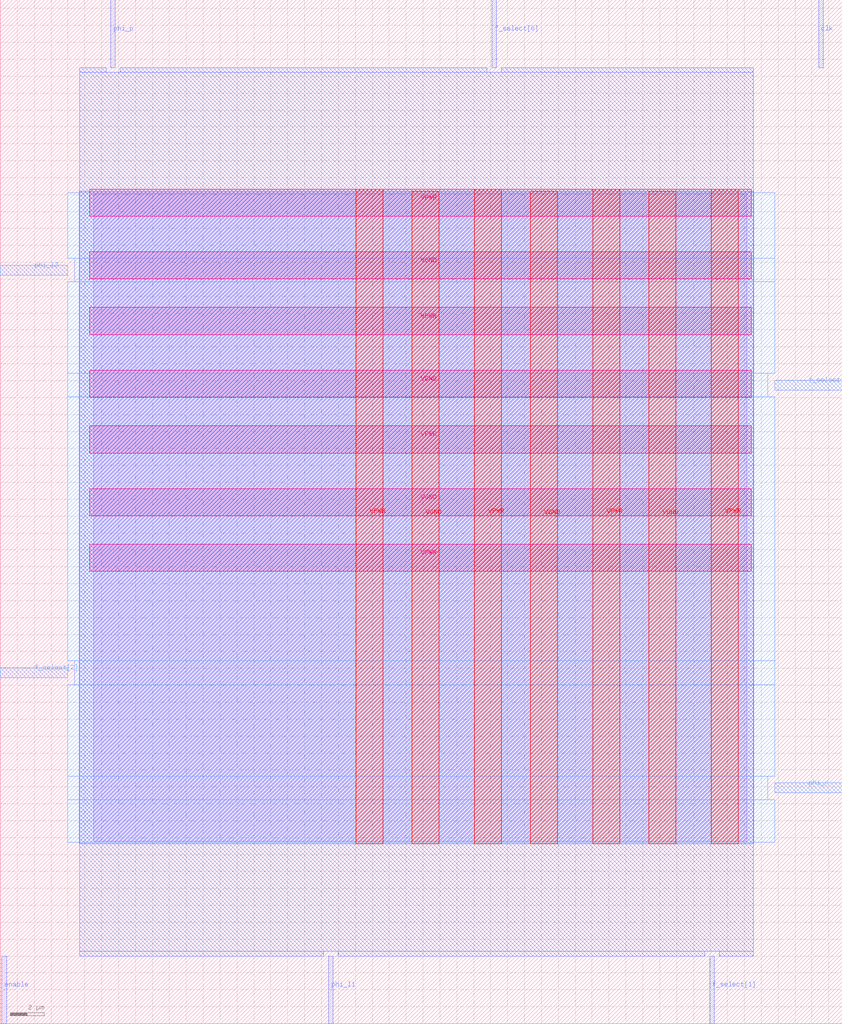
<source format=lef>
VERSION 5.7 ;
  NOWIREEXTENSIONATPIN ON ;
  DIVIDERCHAR "/" ;
  BUSBITCHARS "[]" ;
MACRO digital_cs
  CLASS BLOCK ;
  FOREIGN digital_cs ;
  ORIGIN 0.000 0.000 ;
  SIZE 49.790 BY 60.510 ;
  PIN VGND
    DIRECTION INOUT ;
    USE GROUND ;
    PORT
      LAYER met4 ;
        RECT 24.340 10.640 25.940 49.200 ;
    END
    PORT
      LAYER met4 ;
        RECT 31.340 10.640 32.940 49.200 ;
    END
    PORT
      LAYER met4 ;
        RECT 38.340 10.640 39.940 49.200 ;
    END
    PORT
      LAYER met5 ;
        RECT 5.280 30.030 44.400 31.630 ;
    END
    PORT
      LAYER met5 ;
        RECT 5.280 37.030 44.400 38.630 ;
    END
    PORT
      LAYER met5 ;
        RECT 5.280 44.030 44.400 45.630 ;
    END
  END VGND
  PIN VPWR
    DIRECTION INOUT ;
    USE POWER ;
    PORT
      LAYER met4 ;
        RECT 21.040 10.640 22.640 49.330 ;
    END
    PORT
      LAYER met4 ;
        RECT 28.040 10.640 29.640 49.330 ;
    END
    PORT
      LAYER met4 ;
        RECT 35.040 10.640 36.640 49.330 ;
    END
    PORT
      LAYER met4 ;
        RECT 42.040 10.640 43.640 49.330 ;
    END
    PORT
      LAYER met5 ;
        RECT 5.280 26.730 44.400 28.330 ;
    END
    PORT
      LAYER met5 ;
        RECT 5.280 33.730 44.400 35.330 ;
    END
    PORT
      LAYER met5 ;
        RECT 5.280 40.730 44.400 42.330 ;
    END
    PORT
      LAYER met5 ;
        RECT 5.280 47.730 44.400 49.330 ;
    END
  END VPWR
  PIN clk
    DIRECTION INPUT ;
    USE SIGNAL ;
    PORT
      LAYER met2 ;
        RECT 48.390 56.510 48.670 60.510 ;
    END
  END clk
  PIN enable
    DIRECTION INPUT ;
    USE SIGNAL ;
    PORT
      LAYER met2 ;
        RECT 0.090 0.000 0.370 4.000 ;
    END
  END enable
  PIN f_select[0]
    DIRECTION INPUT ;
    USE SIGNAL ;
    PORT
      LAYER met2 ;
        RECT 29.070 56.510 29.350 60.510 ;
    END
  END f_select[0]
  PIN f_select[1]
    DIRECTION INPUT ;
    USE SIGNAL ;
    PORT
      LAYER met2 ;
        RECT 41.950 0.000 42.230 4.000 ;
    END
  END f_select[1]
  PIN f_select[2]
    DIRECTION INPUT ;
    USE SIGNAL ;
    PORT
      LAYER met3 ;
        RECT 0.000 20.440 4.000 21.040 ;
    END
  END f_select[2]
  PIN f_select[3]
    DIRECTION INPUT ;
    USE SIGNAL ;
    PORT
      LAYER met3 ;
        RECT 45.790 37.440 49.790 38.040 ;
    END
  END f_select[3]
  PIN phi_l1
    DIRECTION OUTPUT TRISTATE ;
    USE SIGNAL ;
    PORT
      LAYER met2 ;
        RECT 19.410 0.000 19.690 4.000 ;
    END
  END phi_l1
  PIN phi_l2
    DIRECTION OUTPUT TRISTATE ;
    USE SIGNAL ;
    PORT
      LAYER met3 ;
        RECT 0.000 44.240 4.000 44.840 ;
    END
  END phi_l2
  PIN phi_p
    DIRECTION OUTPUT TRISTATE ;
    USE SIGNAL ;
    PORT
      LAYER met2 ;
        RECT 6.530 56.510 6.810 60.510 ;
    END
  END phi_p
  PIN phi_r
    DIRECTION OUTPUT TRISTATE ;
    USE SIGNAL ;
    PORT
      LAYER met3 ;
        RECT 45.790 13.640 49.790 14.240 ;
    END
  END phi_r
  OBS
      LAYER li1 ;
        RECT 5.520 10.795 44.160 49.045 ;
      LAYER met1 ;
        RECT 4.670 10.640 44.550 49.200 ;
      LAYER met2 ;
        RECT 4.690 56.230 6.250 56.510 ;
        RECT 7.090 56.230 28.790 56.510 ;
        RECT 29.630 56.230 44.530 56.510 ;
        RECT 4.690 4.280 44.530 56.230 ;
        RECT 4.690 4.000 19.130 4.280 ;
        RECT 19.970 4.000 41.670 4.280 ;
        RECT 42.510 4.000 44.530 4.280 ;
      LAYER met3 ;
        RECT 4.000 45.240 45.790 49.125 ;
        RECT 4.400 43.840 45.790 45.240 ;
        RECT 4.000 38.440 45.790 43.840 ;
        RECT 4.000 37.040 45.390 38.440 ;
        RECT 4.000 21.440 45.790 37.040 ;
        RECT 4.400 20.040 45.790 21.440 ;
        RECT 4.000 14.640 45.790 20.040 ;
        RECT 4.000 13.240 45.390 14.640 ;
        RECT 4.000 10.715 45.790 13.240 ;
  END
END digital_cs
END LIBRARY


</source>
